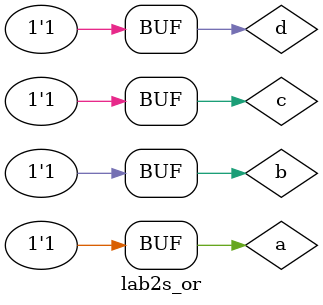
<source format=v>
`timescale 1ns / 1ps


module lab2s_or;

	// Inputs
	reg a;
	reg b;
	reg c;
	reg d;

	// Outputs
	wire e;

	// Instantiate the Unit Under Test (UUT)
	lab2_or uut (
		.a(a), 
		.b(b), 
		.c(c), 
		.d(d), 
		.e(e)
	);

	initial begin
		// Initialize Inputs
		a = 0;
		b = 0;
		c = 0;
		d = 0;

		// Wait 100 ns for global reset to finish
		#20;
      
		a = 1;
		b = 0;
		c = 0;
		d = 0;

		// Wait 100 ns for global reset to finish
		#20;
      a = 0;
		b = 1;
		c = 0;
		d = 0;

		// Wait 100 ns for global reset to finish
		#20;
      a = 1;
		b = 1;
		c = 0;
		d = 0;

		// Wait 100 ns for global reset to finish
		#20;
      a = 0;
		b = 0;
		c = 1;
		d = 0;

		// Wait 100 ns for global reset to finish
		#20;
      		
		a = 1;
		b = 0;
		c = 1;
		d = 0;

		// Wait 100 ns for global reset to finish
		#20;
		a = 0;
		b = 1;
		c = 1;
		d = 0;

		// Wait 100 ns for global reset to finish
		#20;
		a = 1;
		b = 1;
		c = 1;
		d = 0;

		// Wait 100 ns for global reset to finish
		#20;
		a = 0;
		b = 0;
		c = 0;
		d = 1;

		// Wait 100 ns for global reset to finish
		#20;
		a = 1;
		b = 0;
		c = 0;
		d = 1;

		// Wait 100 ns for global reset to finish
		#20;
		a = 0;
		b = 1;
		c = 0;
		d = 1;

		// Wait 100 ns for global reset to finish
		#20;
		a = 1;
		b = 1;
		c = 0;
		d = 1;

		// Wait 100 ns for global reset to finish
		#20;
		a = 0;
		b = 0;
		c = 1;
		d = 1;

		// Wait 100 ns for global reset to finish
		#20;
		a = 1;
		b = 0;
		c = 1;
		d = 1;

		// Wait 100 ns for global reset to finish
		#20;
		a = 0;
		b = 1;
		c = 1;
		d = 1;

		// Wait 100 ns for global reset to finish
		#20;
		a = 1;
		b = 1;
		c = 1;
		d = 1;

		// Wait 100 ns for global reset to finish
		#20;
	end
      
endmodule


</source>
